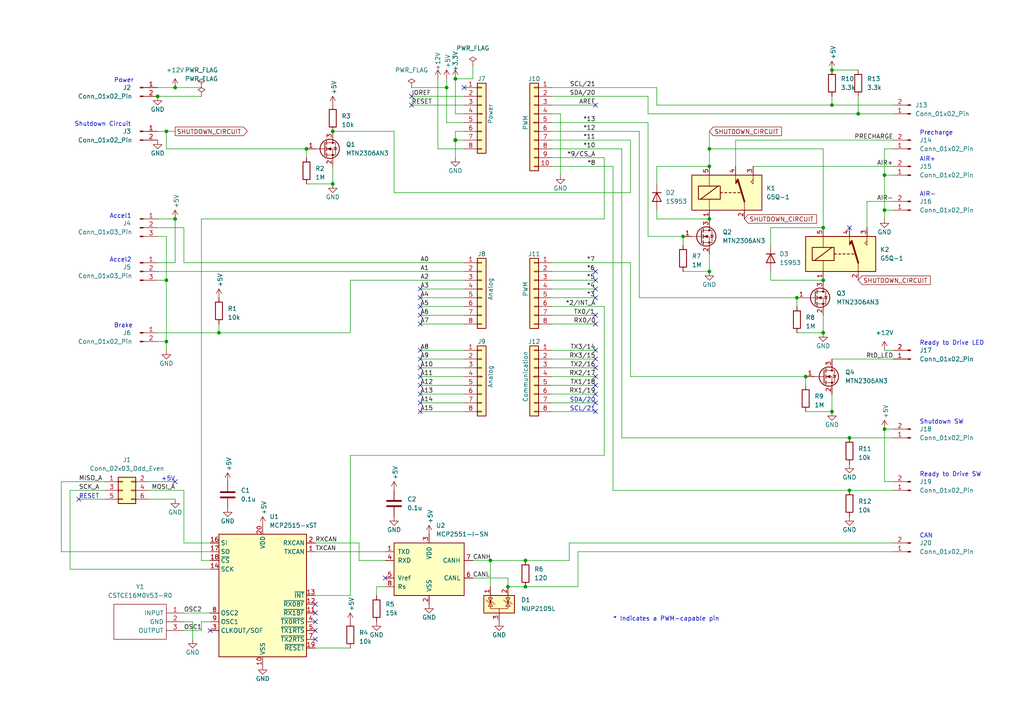
<source format=kicad_sch>
(kicad_sch (version 20230121) (generator eeschema)
  (paper "A4")
  (title_block (date "mar. 31 mars 2015"))
  (lib_symbols
    (symbol "Connector:Conn_01x02_Pin" (pin_names (offset 1.016) hide)
      (property "Reference" "J" (at 0 2.54 0))
      (property "Value" "Conn_01x02_Pin" (at 0 -5.08 0))
      (symbol "Conn_01x02_Pin_1_1"
        (pin passive line (at 5.08 0 180) (length 3.81) (name "Pin_1") (number "1"))
        (pin passive line (at 5.08 -2.54 180) (length 3.81) (name "Pin_2") (number "2"))
      )
    )
    (symbol "Connector:Conn_01x03_Pin" (pin_names (offset 1.016) hide)
      (property "Reference" "J" (at 0 5.08 0))
      (property "Value" "Conn_01x03_Pin" (at 0 -5.08 0))
      (symbol "Conn_01x03_Pin_1_1"
        (pin passive line (at 5.08 2.54 180) (length 3.81) (name "Pin_1") (number "1"))
        (pin passive line (at 5.08 0 180) (length 3.81) (name "Pin_2") (number "2"))
        (pin passive line (at 5.08 -2.54 180) (length 3.81) (name "Pin_3") (number "3"))
      )
    )
    (symbol "Connector_Generic:Conn_01x08" (pin_names (offset 1.016) hide)
      (property "Reference" "J" (at 0 10.16 0))
      (property "Value" "Conn_01x08" (at 0 -12.7 0))
      (symbol "Conn_01x08_1_1"
        (pin passive line (at -5.08 7.62 0) (length 3.81) (name "Pin_1") (number "1"))
        (pin passive line (at -5.08 5.08 0) (length 3.81) (name "Pin_2") (number "2"))
        (pin passive line (at -5.08 2.54 0) (length 3.81) (name "Pin_3") (number "3"))
        (pin passive line (at -5.08 0 0) (length 3.81) (name "Pin_4") (number "4"))
        (pin passive line (at -5.08 -2.54 0) (length 3.81) (name "Pin_5") (number "5"))
        (pin passive line (at -5.08 -5.08 0) (length 3.81) (name "Pin_6") (number "6"))
        (pin passive line (at -5.08 -7.62 0) (length 3.81) (name "Pin_7") (number "7"))
        (pin passive line (at -5.08 -10.16 0) (length 3.81) (name "Pin_8") (number "8"))
      )
    )
    (symbol "Connector_Generic:Conn_01x10" (pin_names (offset 1.016) hide)
      (property "Reference" "J" (at 0 12.7 0))
      (property "Value" "Conn_01x10" (at 0 -15.24 0))
      (symbol "Conn_01x10_1_1"
        (pin passive line (at -5.08 10.16 0) (length 3.81) (name "Pin_1") (number "1"))
        (pin passive line (at -5.08 -12.7 0) (length 3.81) (name "Pin_10") (number "10"))
        (pin passive line (at -5.08 7.62 0) (length 3.81) (name "Pin_2") (number "2"))
        (pin passive line (at -5.08 5.08 0) (length 3.81) (name "Pin_3") (number "3"))
        (pin passive line (at -5.08 2.54 0) (length 3.81) (name "Pin_4") (number "4"))
        (pin passive line (at -5.08 0 0) (length 3.81) (name "Pin_5") (number "5"))
        (pin passive line (at -5.08 -2.54 0) (length 3.81) (name "Pin_6") (number "6"))
        (pin passive line (at -5.08 -5.08 0) (length 3.81) (name "Pin_7") (number "7"))
        (pin passive line (at -5.08 -7.62 0) (length 3.81) (name "Pin_8") (number "8"))
        (pin passive line (at -5.08 -10.16 0) (length 3.81) (name "Pin_9") (number "9"))
      )
    )
    (symbol "Connector_Generic:Conn_02x03_Odd_Even" (pin_names (offset 1.016) hide)
      (property "Reference" "J" (at 1.27 5.08 0))
      (property "Value" "Conn_02x03_Odd_Even" (at 1.27 -5.08 0))
      (symbol "Conn_02x03_Odd_Even_1_1"
        (pin passive line (at -5.08 2.54 0) (length 3.81) (name "Pin_1") (number "1"))
        (pin passive line (at 7.62 2.54 180) (length 3.81) (name "Pin_2") (number "2"))
        (pin passive line (at -5.08 0 0) (length 3.81) (name "Pin_3") (number "3"))
        (pin passive line (at 7.62 0 180) (length 3.81) (name "Pin_4") (number "4"))
        (pin passive line (at -5.08 -2.54 0) (length 3.81) (name "Pin_5") (number "5"))
        (pin passive line (at 7.62 -2.54 180) (length 3.81) (name "Pin_6") (number "6"))
      )
    )
    (symbol "Device:C" (pin_numbers hide) (pin_names (offset 0.254))
      (property "Reference" "C" (at 0.635 2.54 0))
      (property "Value" "C" (at 0.635 -2.54 0))
      (symbol "C_1_1"
        (pin passive line (at 0 3.81 270) (length 2.794) (name "~") (number "1"))
        (pin passive line (at 0 -3.81 90) (length 2.794) (name "~") (number "2"))
      )
    )
    (symbol "Device:D" (pin_numbers hide) (pin_names (offset 1.016) hide)
      (property "Reference" "D" (at 0 2.54 0))
      (property "Value" "D" (at 0 -2.54 0))
      (symbol "D_1_1"
        (pin passive line (at -3.81 0 0) (length 2.54) (name "K") (number "1"))
        (pin passive line (at 3.81 0 180) (length 2.54) (name "A") (number "2"))
      )
    )
    (symbol "Device:Q_NMOS_GSD" (pin_names (offset 0) hide)
      (property "Reference" "Q" (at 5.08 1.27 0))
      (property "Value" "Q_NMOS_GSD" (at 5.08 -1.27 0))
      (symbol "Q_NMOS_GSD_1_1"
        (pin input line (at -5.08 0 0) (length 2.54) (name "G") (number "1"))
        (pin passive line (at 2.54 -5.08 90) (length 2.54) (name "S") (number "2"))
        (pin passive line (at 2.54 5.08 270) (length 2.54) (name "D") (number "3"))
      )
    )
    (symbol "Device:R" (pin_numbers hide) (pin_names (offset 0))
      (property "Reference" "R" (at 2.032 0 90))
      (property "Value" "R" (at 0 0 90))
      (symbol "R_1_1"
        (pin passive line (at 0 3.81 270) (length 1.27) (name "~") (number "1"))
        (pin passive line (at 0 -3.81 90) (length 1.27) (name "~") (number "2"))
      )
    )
    (symbol "Interface_CAN_LIN:MCP2515-xST"
      (property "Reference" "U" (at -10.16 19.685 0))
      (property "Value" "MCP2515-xST" (at 19.05 20.32 0))
      (symbol "MCP2515-xST_1_1"
        (pin output line (at 15.24 12.7 180) (length 2.54) (name "TXCAN") (number "1"))
        (pin power_in line (at 0 -20.32 90) (length 2.54) (name "VSS") (number "10"))
        (pin output line (at 15.24 -5.08 180) (length 2.54) (name "~{RX1BF}") (number "11"))
        (pin output line (at 15.24 -2.54 180) (length 2.54) (name "~{RX0BF}") (number "12"))
        (pin output line (at 15.24 0 180) (length 2.54) (name "~{INT}") (number "13"))
        (pin input line (at -15.24 7.62 0) (length 2.54) (name "SCK") (number "14"))
        (pin no_connect line (at -12.7 -2.54 0) (length 2.54) hide (name "NC") (number "15"))
        (pin input line (at -15.24 15.24 0) (length 2.54) (name "SI") (number "16"))
        (pin output line (at -15.24 12.7 0) (length 2.54) (name "SO") (number "17"))
        (pin input line (at -15.24 10.16 0) (length 2.54) (name "~{CS}") (number "18"))
        (pin input line (at 15.24 -15.24 180) (length 2.54) (name "~{RESET}") (number "19"))
        (pin input line (at 15.24 15.24 180) (length 2.54) (name "RXCAN") (number "2"))
        (pin power_in line (at 0 20.32 270) (length 2.54) (name "VDD") (number "20"))
        (pin output line (at -15.24 -10.16 0) (length 2.54) (name "CLKOUT/SOF") (number "3"))
        (pin input line (at 15.24 -7.62 180) (length 2.54) (name "~{TX0RTS}") (number "4"))
        (pin input line (at 15.24 -10.16 180) (length 2.54) (name "~{TX1RTS}") (number "5"))
        (pin no_connect line (at -12.7 0 0) (length 2.54) hide (name "NC") (number "6"))
        (pin input line (at 15.24 -12.7 180) (length 2.54) (name "~{TX2RTS}") (number "7"))
        (pin output line (at -15.24 -5.08 0) (length 2.54) (name "OSC2") (number "8"))
        (pin input line (at -15.24 -7.62 0) (length 2.54) (name "OSC1") (number "9"))
      )
    )
    (symbol "Interface_CAN_LIN:MCP2551-I-SN" (pin_names (offset 1.016))
      (property "Reference" "U" (at -10.16 8.89 0))
      (property "Value" "MCP2551-I-SN" (at 2.54 8.89 0))
      (symbol "MCP2551-I-SN_1_1"
        (pin input line (at -12.7 5.08 0) (length 2.54) (name "TXD") (number "1"))
        (pin power_in line (at 0 -10.16 90) (length 2.54) (name "VSS") (number "2"))
        (pin power_in line (at 0 10.16 270) (length 2.54) (name "VDD") (number "3"))
        (pin output line (at -12.7 2.54 0) (length 2.54) (name "RXD") (number "4"))
        (pin power_out line (at -12.7 -2.54 0) (length 2.54) (name "Vref") (number "5"))
        (pin bidirectional line (at 12.7 -2.54 180) (length 2.54) (name "CANL") (number "6"))
        (pin bidirectional line (at 12.7 2.54 180) (length 2.54) (name "CANH") (number "7"))
        (pin input line (at -12.7 -5.08 0) (length 2.54) (name "Rs") (number "8"))
      )
    )
    (symbol "Power_Protection:NUP2105L" (pin_names hide)
      (property "Reference" "D" (at 5.715 2.54 0))
      (property "Value" "NUP2105L" (at 5.715 0.635 0))
      (symbol "NUP2105L_0_0"
        (pin passive line (at 0 -5.08 90) (length 2.54) (name "A") (number "3"))
      )
      (symbol "NUP2105L_1_1"
        (pin passive line (at -2.54 5.08 270) (length 2.54) (name "K") (number "1"))
        (pin passive line (at 2.54 5.08 270) (length 2.54) (name "K") (number "2"))
      )
    )
    (symbol "Relay:G5Q-1"
      (property "Reference" "K" (at 11.43 3.81 0))
      (property "Value" "G5Q-1" (at 11.43 1.27 0))
      (symbol "G5Q-1_1_1"
        (pin passive line (at -5.08 -7.62 90) (length 2.54) (name "~") (number "1"))
        (pin passive line (at 5.08 -7.62 90) (length 2.54) (name "~") (number "2"))
        (pin passive line (at 7.62 7.62 270) (length 2.54) (name "~") (number "3"))
        (pin passive line (at 2.54 7.62 270) (length 2.54) (name "~") (number "4"))
        (pin passive line (at -5.08 7.62 270) (length 2.54) (name "~") (number "5"))
      )
    )
    (symbol "SamacSys_Parts:CSTCE16M0V53-R0" (pin_names (offset 0.762))
      (property "Reference" "Y" (at 21.59 7.62 0))
      (property "Value" "CSTCE16M0V53-R0" (at 21.59 5.08 0))
      (symbol "CSTCE16M0V53-R0_0_0"
        (pin passive line (at 0 -5.08 0) (length 5.08) (name "INPUT") (number "1"))
        (pin passive line (at 0 -2.54 0) (length 5.08) (name "GND") (number "2"))
        (pin passive line (at 0 0 0) (length 5.08) (name "OUTPUT") (number "3"))
      )
    )
    (symbol "power:+12V" (power) (pin_names (offset 0))
      (property "Value" "+12V" (at 0 3.556 0))
      (symbol "+12V_1_1"
        (pin power_in line (at 0 0 90) (length 0) hide (name "+12V") (number "1"))
      )
    )
    (symbol "power:+3.3V" (power) (pin_names (offset 0))
      (property "Value" "+3.3V" (at 0 3.556 0))
      (symbol "+3.3V_1_1"
        (pin power_in line (at 0 0 90) (length 0) hide (name "+3.3V") (number "1"))
      )
    )
    (symbol "power:+5V" (power) (pin_names (offset 0))
      (property "Value" "+5V" (at 0 3.556 0))
      (symbol "+5V_1_1"
        (pin power_in line (at 0 0 90) (length 0) hide (name "+5V") (number "1"))
      )
    )
    (symbol "power:GND" (power) (pin_names (offset 0))
      (property "Value" "GND" (at 0 -3.81 0))
      (symbol "GND_1_1"
        (pin power_in line (at 0 0 270) (length 0) hide (name "GND") (number "1"))
      )
    )
    (symbol "power:PWR_FLAG" (power) (pin_numbers hide) (pin_names (offset 0) hide)
      (property "Value" "PWR_FLAG" (at 0 3.81 0))
      (symbol "PWR_FLAG_0_0"
        (pin power_out line (at 0 0 90) (length 0) (name "pwr") (number "1"))
      )
    )
  )
  (junction (at 238.76 96.52))
  (junction (at 50.8 63.5))
  (junction (at 152.4 162.56))
  (junction (at 48.26 38.1))
  (junction (at 147.32 170.18))
  (junction (at 205.74 63.5))
  (junction (at 248.92 33.02))
  (junction (at 132.08 22.86))
  (junction (at 152.4 170.18))
  (junction (at 132.08 40.64) (diameter 1.016))
  (junction (at 238.76 66.04))
  (junction (at 205.74 43.18))
  (junction (at 238.76 81.28))
  (junction (at 50.8 25.4))
  (junction (at 96.52 38.1))
  (junction (at 88.9 43.18))
  (junction (at 205.74 48.26))
  (junction (at 256.54 60.96))
  (junction (at 205.74 78.74))
  (junction (at 198.12 68.58))
  (junction (at 142.24 162.56))
  (junction (at 96.52 53.34))
  (junction (at 241.3 30.48))
  (junction (at 45.72 27.94))
  (junction (at 129.54 25.4))
  (junction (at 233.68 109.22))
  (junction (at 63.5 96.52))
  (junction (at 246.38 127))
  (junction (at 241.3 119.38))
  (junction (at 246.38 142.24))
  (junction (at 256.54 124.46))
  (junction (at 48.26 99.06))
  (junction (at 256.54 50.8))
  (junction (at 231.14 86.36))
  (junction (at 48.26 81.28))
  (junction (at 241.3 20.32))
  (no_connect (at 172.72 30.48))
  (no_connect (at 172.72 78.74))
  (no_connect (at 172.72 81.28))
  (no_connect (at 121.92 106.68))
  (no_connect (at 111.76 167.64))
  (no_connect (at 121.92 93.98))
  (no_connect (at 91.44 175.26))
  (no_connect (at 172.72 119.38))
  (no_connect (at 172.72 106.68))
  (no_connect (at 172.72 86.36))
  (no_connect (at 172.72 109.22))
  (no_connect (at 172.72 83.82))
  (no_connect (at 91.44 185.42))
  (no_connect (at 22.86 144.78))
  (no_connect (at 91.44 177.8))
  (no_connect (at 119.38 30.48))
  (no_connect (at 172.72 114.3))
  (no_connect (at 172.72 111.76))
  (no_connect (at 50.8 139.7))
  (no_connect (at 91.44 182.88))
  (no_connect (at 246.38 66.04))
  (no_connect (at 60.96 182.88))
  (no_connect (at 119.38 27.94))
  (no_connect (at 172.72 116.84))
  (no_connect (at 121.92 109.22))
  (no_connect (at 121.92 83.82))
  (no_connect (at 121.92 104.14))
  (no_connect (at 121.92 114.3))
  (no_connect (at 121.92 111.76))
  (no_connect (at 121.92 86.36))
  (no_connect (at 121.92 119.38))
  (no_connect (at 172.72 101.6))
  (no_connect (at 121.92 91.44))
  (no_connect (at 134.62 25.4))
  (no_connect (at 172.72 104.14))
  (no_connect (at 91.44 180.34))
  (no_connect (at 121.92 101.6))
  (no_connect (at 172.72 93.98))
  (no_connect (at 121.92 88.9))
  (no_connect (at 121.92 116.84))
  (no_connect (at 172.72 91.44))
  (wire (pts (xy 45.72 25.4) (xy 50.8 25.4)))
  (wire (pts (xy 238.76 91.44) (xy 238.76 96.52)))
  (wire (pts (xy 160.02 86.36) (xy 172.72 86.36)))
  (wire (pts (xy 251.46 58.42) (xy 259.08 58.42)))
  (wire (pts (xy 121.92 93.98) (xy 134.62 93.98)))
  (wire (pts (xy 256.54 101.6) (xy 259.08 101.6)))
  (wire (pts (xy 53.34 76.2) (xy 134.62 76.2)))
  (wire (pts (xy 160.02 76.2) (xy 182.88 76.2)))
  (wire (pts (xy 58.42 162.56) (xy 58.42 63.5)))
  (wire (pts (xy 160.02 43.18) (xy 180.34 43.18)))
  (wire (pts (xy 60.96 165.1) (xy 20.32 165.1)))
  (wire (pts (xy 187.96 27.94) (xy 187.96 33.02)))
  (wire (pts (xy 205.74 38.1) (xy 205.74 43.18)))
  (wire (pts (xy 248.92 33.02) (xy 259.08 33.02)))
  (wire (pts (xy 137.16 19.05) (xy 137.16 22.86)))
  (wire (pts (xy 137.16 22.86) (xy 132.08 22.86)))
  (wire (pts (xy 190.5 53.34) (xy 190.5 48.26)))
  (wire (pts (xy 182.88 76.2) (xy 182.88 109.22)))
  (wire (pts (xy 129.54 25.4) (xy 129.54 35.56)))
  (wire (pts (xy 53.34 177.8) (xy 60.96 177.8)))
  (wire (pts (xy 160.02 106.68) (xy 172.72 106.68)))
  (wire (pts (xy 132.08 38.1) (xy 132.08 40.64)))
  (wire (pts (xy 160.02 78.74) (xy 172.72 78.74)))
  (wire (pts (xy 256.54 124.46) (xy 259.08 124.46)))
  (wire (pts (xy 114.3 55.88) (xy 114.3 38.1)))
  (wire (pts (xy 160.02 30.48) (xy 172.72 30.48)))
  (wire (pts (xy 121.92 88.9) (xy 134.62 88.9)))
  (wire (pts (xy 137.16 162.56) (xy 142.24 162.56)))
  (wire (pts (xy 198.12 68.58) (xy 198.12 71.12)))
  (wire (pts (xy 182.88 55.88) (xy 114.3 55.88)))
  (wire (pts (xy 231.14 96.52) (xy 238.76 96.52)))
  (wire (pts (xy 132.08 40.64) (xy 132.08 45.72)))
  (wire (pts (xy 177.8 48.26) (xy 160.02 48.26)))
  (wire (pts (xy 175.26 132.08) (xy 175.26 88.9)))
  (wire (pts (xy 187.96 68.58) (xy 198.12 68.58)))
  (wire (pts (xy 147.32 170.18) (xy 152.4 170.18)))
  (wire (pts (xy 119.38 25.4) (xy 129.54 25.4)))
  (wire (pts (xy 129.54 35.56) (xy 134.62 35.56)))
  (wire (pts (xy 185.42 86.36) (xy 231.14 86.36)))
  (wire (pts (xy 129.54 22.86) (xy 129.54 25.4)))
  (wire (pts (xy 121.92 119.38) (xy 134.62 119.38)))
  (wire (pts (xy 256.54 139.7) (xy 256.54 124.46)))
  (wire (pts (xy 160.02 81.28) (xy 172.72 81.28)))
  (wire (pts (xy 142.24 162.56) (xy 152.4 162.56)))
  (wire (pts (xy 198.12 78.74) (xy 205.74 78.74)))
  (wire (pts (xy 205.74 43.18) (xy 238.76 43.18)))
  (wire (pts (xy 165.1 162.56) (xy 152.4 162.56)))
  (wire (pts (xy 48.26 38.1) (xy 50.8 38.1)))
  (wire (pts (xy 248.92 27.94) (xy 248.92 33.02)))
  (wire (pts (xy 160.02 35.56) (xy 187.96 35.56)))
  (wire (pts (xy 187.96 68.58) (xy 187.96 35.56)))
  (wire (pts (xy 134.62 116.84) (xy 121.92 116.84)))
  (wire (pts (xy 256.54 50.8) (xy 259.08 50.8)))
  (wire (pts (xy 233.68 109.22) (xy 233.68 111.76)))
  (wire (pts (xy 177.8 48.26) (xy 177.8 142.24)))
  (wire (pts (xy 190.5 63.5) (xy 205.74 63.5)))
  (wire (pts (xy 101.6 81.28) (xy 134.62 81.28)))
  (wire (pts (xy 160.02 114.3) (xy 172.72 114.3)))
  (wire (pts (xy 17.78 139.7) (xy 30.48 139.7)))
  (wire (pts (xy 101.6 132.08) (xy 175.26 132.08)))
  (wire (pts (xy 43.18 142.24) (xy 53.34 142.24)))
  (wire (pts (xy 175.26 63.5) (xy 175.26 45.72)))
  (wire (pts (xy 101.6 172.72) (xy 101.6 132.08)))
  (wire (pts (xy 137.16 167.64) (xy 147.32 167.64)))
  (wire (pts (xy 45.72 27.94) (xy 58.42 27.94)))
  (wire (pts (xy 91.44 187.96) (xy 101.6 187.96)))
  (wire (pts (xy 45.72 96.52) (xy 63.5 96.52)))
  (wire (pts (xy 259.08 160.02) (xy 167.64 160.02)))
  (wire (pts (xy 213.36 48.26) (xy 213.36 40.64)))
  (wire (pts (xy 213.36 40.64) (xy 259.08 40.64)))
  (wire (pts (xy 88.9 53.34) (xy 96.52 53.34)))
  (wire (pts (xy 91.44 172.72) (xy 101.6 172.72)))
  (wire (pts (xy 114.3 38.1) (xy 96.52 38.1)))
  (wire (pts (xy 256.54 43.18) (xy 259.08 43.18)))
  (wire (pts (xy 104.14 162.56) (xy 111.76 162.56)))
  (wire (pts (xy 160.02 45.72) (xy 175.26 45.72)))
  (wire (pts (xy 187.96 33.02) (xy 248.92 33.02)))
  (wire (pts (xy 22.86 144.78) (xy 30.48 144.78)))
  (wire (pts (xy 167.64 160.02) (xy 167.64 170.18)))
  (wire (pts (xy 205.74 43.18) (xy 205.74 48.26)))
  (wire (pts (xy 241.3 119.38) (xy 233.68 119.38)))
  (wire (pts (xy 50.8 144.78) (xy 43.18 144.78)))
  (wire (pts (xy 119.38 30.48) (xy 134.62 30.48)))
  (wire (pts (xy 256.54 60.96) (xy 256.54 50.8)))
  (wire (pts (xy 48.26 68.58) (xy 48.26 81.28)))
  (wire (pts (xy 160.02 104.14) (xy 172.72 104.14)))
  (wire (pts (xy 58.42 182.88) (xy 58.42 180.34)))
  (wire (pts (xy 256.54 50.8) (xy 256.54 43.18)))
  (wire (pts (xy 55.88 180.34) (xy 55.88 185.42)))
  (wire (pts (xy 162.56 33.02) (xy 162.56 50.8)))
  (wire (pts (xy 160.02 27.94) (xy 187.96 27.94)))
  (wire (pts (xy 91.44 157.48) (xy 104.14 157.48)))
  (wire (pts (xy 160.02 119.38) (xy 172.72 119.38)))
  (wire (pts (xy 180.34 127) (xy 246.38 127)))
  (wire (pts (xy 160.02 111.76) (xy 172.72 111.76)))
  (wire (pts (xy 121.92 109.22) (xy 134.62 109.22)))
  (wire (pts (xy 241.3 27.94) (xy 241.3 30.48)))
  (wire (pts (xy 91.44 160.02) (xy 111.76 160.02)))
  (wire (pts (xy 182.88 109.22) (xy 233.68 109.22)))
  (wire (pts (xy 160.02 101.6) (xy 172.72 101.6)))
  (wire (pts (xy 134.62 40.64) (xy 132.08 40.64)))
  (wire (pts (xy 104.14 157.48) (xy 104.14 162.56)))
  (wire (pts (xy 53.34 157.48) (xy 53.34 142.24)))
  (wire (pts (xy 43.18 139.7) (xy 50.8 139.7)))
  (wire (pts (xy 190.5 48.26) (xy 205.74 48.26)))
  (wire (pts (xy 58.42 63.5) (xy 175.26 63.5)))
  (wire (pts (xy 60.96 157.48) (xy 53.34 157.48)))
  (wire (pts (xy 45.72 66.04) (xy 53.34 66.04)))
  (wire (pts (xy 241.3 114.3) (xy 241.3 119.38)))
  (wire (pts (xy 48.26 99.06) (xy 48.26 81.28)))
  (wire (pts (xy 109.22 170.18) (xy 109.22 172.72)))
  (wire (pts (xy 172.72 91.44) (xy 160.02 91.44)))
  (wire (pts (xy 134.62 43.18) (xy 127 43.18)))
  (wire (pts (xy 53.34 180.34) (xy 55.88 180.34)))
  (wire (pts (xy 45.72 78.74) (xy 134.62 78.74)))
  (wire (pts (xy 160.02 83.82) (xy 172.72 83.82)))
  (wire (pts (xy 50.8 25.4) (xy 58.42 25.4)))
  (wire (pts (xy 251.46 66.04) (xy 251.46 58.42)))
  (wire (pts (xy 167.64 170.18) (xy 152.4 170.18)))
  (wire (pts (xy 223.52 81.28) (xy 238.76 81.28)))
  (wire (pts (xy 20.32 165.1) (xy 20.32 142.24)))
  (wire (pts (xy 223.52 71.12) (xy 223.52 66.04)))
  (wire (pts (xy 134.62 106.68) (xy 121.92 106.68)))
  (wire (pts (xy 45.72 81.28) (xy 48.26 81.28)))
  (wire (pts (xy 160.02 109.22) (xy 172.72 109.22)))
  (wire (pts (xy 160.02 33.02) (xy 162.56 33.02)))
  (wire (pts (xy 60.96 160.02) (xy 17.78 160.02)))
  (wire (pts (xy 58.42 180.34) (xy 60.96 180.34)))
  (wire (pts (xy 134.62 38.1) (xy 132.08 38.1)))
  (wire (pts (xy 241.3 104.14) (xy 259.08 104.14)))
  (wire (pts (xy 121.92 114.3) (xy 134.62 114.3)))
  (wire (pts (xy 259.08 142.24) (xy 246.38 142.24)))
  (wire (pts (xy 53.34 182.88) (xy 58.42 182.88)))
  (wire (pts (xy 160.02 40.64) (xy 182.88 40.64)))
  (wire (pts (xy 256.54 60.96) (xy 259.08 60.96)))
  (wire (pts (xy 185.42 86.36) (xy 185.42 38.1)))
  (wire (pts (xy 63.5 96.52) (xy 101.6 96.52)))
  (wire (pts (xy 256.54 63.5) (xy 256.54 60.96)))
  (wire (pts (xy 121.92 104.14) (xy 134.62 104.14)))
  (wire (pts (xy 223.52 66.04) (xy 238.76 66.04)))
  (wire (pts (xy 96.52 48.26) (xy 96.52 53.34)))
  (wire (pts (xy 121.92 83.82) (xy 134.62 83.82)))
  (wire (pts (xy 63.5 93.98) (xy 63.5 96.52)))
  (wire (pts (xy 45.72 76.2) (xy 50.8 76.2)))
  (wire (pts (xy 45.72 99.06) (xy 48.26 99.06)))
  (wire (pts (xy 132.08 22.86) (xy 132.08 33.02)))
  (wire (pts (xy 259.08 30.48) (xy 241.3 30.48)))
  (wire (pts (xy 160.02 116.84) (xy 172.72 116.84)))
  (wire (pts (xy 45.72 38.1) (xy 48.26 38.1)))
  (wire (pts (xy 190.5 60.96) (xy 190.5 63.5)))
  (wire (pts (xy 231.14 86.36) (xy 231.14 88.9)))
  (wire (pts (xy 88.9 43.18) (xy 88.9 45.72)))
  (wire (pts (xy 246.38 127) (xy 259.08 127)))
  (wire (pts (xy 134.62 101.6) (xy 121.92 101.6)))
  (wire (pts (xy 142.24 162.56) (xy 142.24 170.18)))
  (wire (pts (xy 165.1 157.48) (xy 165.1 162.56)))
  (wire (pts (xy 238.76 43.18) (xy 238.76 66.04)))
  (wire (pts (xy 160.02 88.9) (xy 175.26 88.9)))
  (wire (pts (xy 50.8 76.2) (xy 50.8 63.5)))
  (wire (pts (xy 259.08 139.7) (xy 256.54 139.7)))
  (wire (pts (xy 88.9 43.18) (xy 48.26 43.18)))
  (wire (pts (xy 177.8 142.24) (xy 246.38 142.24)))
  (wire (pts (xy 20.32 142.24) (xy 30.48 142.24)))
  (wire (pts (xy 45.72 68.58) (xy 48.26 68.58)))
  (wire (pts (xy 241.3 20.32) (xy 248.92 20.32)))
  (wire (pts (xy 60.96 162.56) (xy 58.42 162.56)))
  (wire (pts (xy 190.5 25.4) (xy 160.02 25.4)))
  (wire (pts (xy 172.72 93.98) (xy 160.02 93.98)))
  (wire (pts (xy 45.72 63.5) (xy 50.8 63.5)))
  (wire (pts (xy 160.02 38.1) (xy 185.42 38.1)))
  (wire (pts (xy 218.44 48.26) (xy 259.08 48.26)))
  (wire (pts (xy 147.32 167.64) (xy 147.32 170.18)))
  (wire (pts (xy 241.3 30.48) (xy 190.5 30.48)))
  (wire (pts (xy 111.76 170.18) (xy 109.22 170.18)))
  (wire (pts (xy 259.08 157.48) (xy 165.1 157.48)))
  (wire (pts (xy 180.34 43.18) (xy 180.34 127)))
  (wire (pts (xy 134.62 111.76) (xy 121.92 111.76)))
  (wire (pts (xy 101.6 96.52) (xy 101.6 81.28)))
  (wire (pts (xy 127 22.86) (xy 127 43.18)))
  (wire (pts (xy 53.34 66.04) (xy 53.34 76.2)))
  (wire (pts (xy 119.38 27.94) (xy 134.62 27.94)))
  (wire (pts (xy 134.62 91.44) (xy 121.92 91.44)))
  (wire (pts (xy 182.88 40.64) (xy 182.88 55.88)))
  (wire (pts (xy 134.62 86.36) (xy 121.92 86.36)))
  (wire (pts (xy 223.52 78.74) (xy 223.52 81.28)))
  (wire (pts (xy 48.26 101.6) (xy 48.26 99.06)))
  (wire (pts (xy 17.78 160.02) (xy 17.78 139.7)))
  (wire (pts (xy 48.26 43.18) (xy 48.26 38.1)))
  (wire (pts (xy 132.08 33.02) (xy 134.62 33.02)))
  (wire (pts (xy 205.74 78.74) (xy 205.74 73.66)))
  (wire (pts (xy 190.5 30.48) (xy 190.5 25.4)))
  (text "Precharge" (at 266.7 39.37 0) (effects (font (size 1.27 1.27)) (justify left bottom)))
  (text "Power" (at 33.02 24.13 0) (effects (font (size 1.27 1.27)) (justify left bottom)))
  (text "Accel2" (at 31.75 76.2 0) (effects (font (size 1.27 1.27)) (justify left bottom)))
  (text "Ready to Drive SW" (at 266.7 138.43 0) (effects (font (size 1.27 1.27)) (justify left bottom)))
  (text "+5V" (at 50.8 139.7 0) (effects (font (size 1.27 1.27)) (justify right bottom)))
  (text "CAN" (at 266.7 156.21 0) (effects (font (size 1.27 1.27)) (justify left bottom)))
  (text "AIR+" (at 266.7 46.99 0) (effects (font (size 1.27 1.27)) (justify left bottom)))
  (text "Accel1" (at 31.75 63.5 0) (effects (font (size 1.27 1.27)) (justify left bottom)))
  (text "SDA/20" (at 172.72 116.84 0) (effects (font (size 1.27 1.27)) (justify right bottom)))
  (text "SCL/21" (at 172.72 119.38 0) (effects (font (size 1.27 1.27)) (justify right bottom)))
  (text "Shutdown SW" (at 266.7 123.19 0) (effects (font (size 1.27 1.27)) (justify left bottom)))
  (text "AIR-" (at 266.7 57.15 0) (effects (font (size 1.27 1.27)) (justify left bottom)))
  (text "* Indicates a PWM-capable pin" (at 177.8 180.34 0) (effects (font (size 1.27 1.27)) (justify left bottom)))
  (text "Brake" (at 33.02 95.25 0) (effects (font (size 1.27 1.27)) (justify left bottom)))
  (text "Ready to Drive LED" (at 266.7 100.33 0) (effects (font (size 1.27 1.27)) (justify left bottom)))
  (text "RESET" (at 22.86 144.78 0) (effects (font (size 1.27 1.27)) (justify left bottom)))
  (text "Shutdown Circuit" (at 21.59 36.83 0) (effects (font (size 1.27 1.27)) (justify left bottom)))
  (label "A10" (at 121.92 106.68 0))
  (label "A15" (at 121.92 119.38 0))
  (label "A2" (at 121.92 81.28 0))
  (label "RX2{slash}17" (at 172.72 109.22 180))
  (label "MISO_A" (at 22.86 139.7 0))
  (label "AIR+" (at 259.08 48.26 180))
  (label "*7" (at 170.18 76.2 0))
  (label "*2{slash}INT_A" (at 172.72 88.9 180))
  (label "*4" (at 170.18 83.82 0))
  (label "TX1{slash}18" (at 172.72 111.76 180))
  (label "A3" (at 121.92 83.82 0))
  (label "*13" (at 172.72 35.56 180))
  (label "SCK_A" (at 22.86 142.24 0))
  (label "*12" (at 172.72 38.1 180))
  (label "RX0{slash}0" (at 166.37 93.98 0))
  (label "*10" (at 172.72 43.18 180))
  (label "RESET" (at 119.38 30.48 0))
  (label "CANH" (at 137.16 162.56 0))
  (label "AIR-" (at 259.08 58.42 180))
  (label "AREF" (at 172.72 30.48 180))
  (label "OSC1" (at 53.34 182.88 0))
  (label "A13" (at 121.92 114.3 0))
  (label "*5" (at 170.18 81.28 0))
  (label "PRECHARGE" (at 259.08 40.64 180))
  (label "IOREF" (at 119.38 27.94 0))
  (label "SDA{slash}20" (at 172.72 27.94 180))
  (label "*8" (at 172.72 48.26 180))
  (label "A9" (at 121.92 104.14 0))
  (label "*6" (at 170.18 78.74 0))
  (label "*11" (at 172.72 40.64 180))
  (label "*3" (at 170.18 86.36 0))
  (label "A6" (at 121.92 91.44 0))
  (label "TX0{slash}1" (at 166.37 91.44 0))
  (label "A1" (at 121.92 78.74 0))
  (label "MOSI_A" (at 50.8 142.24 180))
  (label "RXCAN" (at 91.44 157.48 0))
  (label "RX1{slash}19" (at 172.72 114.3 180))
  (label "A0" (at 121.92 76.2 0))
  (label "A14" (at 121.92 116.84 0))
  (label "A8" (at 121.92 101.6 0))
  (label "OSC2" (at 53.34 177.8 0))
  (label "SCL{slash}21" (at 172.72 25.4 180))
  (label "*9{slash}CS_A" (at 172.72 45.72 180))
  (label "CANL" (at 137.16 167.64 0))
  (label "TX2{slash}16" (at 172.72 106.68 180))
  (label "RtD_LED" (at 259.08 104.14 180))
  (label "A7" (at 121.92 93.98 0))
  (label "A11" (at 121.92 109.22 0))
  (label "A4" (at 121.92 86.36 0))
  (label "A5" (at 121.92 88.9 0))
  (label "RX3{slash}15" (at 172.72 104.14 180))
  (label "TX3{slash}14" (at 172.72 101.6 180))
  (label "TXCAN" (at 91.44 160.02 0))
  (label "A12" (at 121.92 111.76 0))
  (global_label "SHUTDOWN_CIRCUIT" (shape input) (at 205.74 38.1 0) (property "Intersheetrefs" "${INTERSHEET_REFS}" (effects hide)))
  (global_label "SHUTDOWN_CIRCUIT" (shape input) (at 215.9 63.5 0) (property "Intersheetrefs" "${INTERSHEET_REFS}" (effects hide)))
  (global_label "SHUTDOWN_CIRCUIT" (shape output) (at 50.8 38.1 0) (property "Intersheetrefs" "${INTERSHEET_REFS}" (effects hide)))
  (global_label "SHUTDOWN_CIRCUIT" (shape input) (at 248.92 81.28 0) (property "Intersheetrefs" "${INTERSHEET_REFS}" (effects hide)))
  (symbol (lib_id "Connector_Generic:Conn_01x08") (at 139.7 33.02 0) (unit 1)
    (property "Reference" "J7" (at 139.7 22.86 0))
    (property "Value" "Power" (at 142.24 33.02 90))
    (property "Footprint" "Connector_PinSocket_2.54mm:PinSocket_1x08_P2.54mm_Vertical" (effects hide))
    (property "Datasheet" "~" (at 139.7 33.02 0))
  )
  (symbol (lib_id "power:+5V") (at 129.54 22.86 0) (unit 1)
    (property "Reference" "#PWR022" (effects hide))
    (property "Value" "+5V" (at 129.8956 19.812 90) (effects (justify left)))
  )
  (symbol (lib_id "power:GND") (at 132.08 45.72 0) (unit 1)
    (property "Reference" "#PWR024" (effects hide))
    (property "Value" "GND" (at 132.08 49.53 0))
  )
  (symbol (lib_id "Connector_Generic:Conn_01x10") (at 154.94 35.56 0) (mirror y) (unit 1)
    (property "Reference" "J10" (at 154.94 22.86 0))
    (property "Value" "PWM" (at 152.4 35.56 90))
    (property "Footprint" "Connector_PinSocket_2.54mm:PinSocket_1x10_P2.54mm_Vertical" (effects hide))
    (property "Datasheet" "~" (at 154.94 35.56 0))
  )
  (symbol (lib_id "power:GND") (at 162.56 50.8 0) (unit 1)
    (property "Reference" "#PWR026" (effects hide))
    (property "Value" "GND" (at 162.56 54.61 0))
  )
  (symbol (lib_id "Connector_Generic:Conn_01x08") (at 139.7 83.82 0) (unit 1)
    (property "Reference" "J8" (at 139.7 73.66 0))
    (property "Value" "Analog" (at 142.24 83.82 90))
    (property "Footprint" "Connector_PinSocket_2.54mm:PinSocket_1x08_P2.54mm_Vertical" (effects hide))
    (property "Datasheet" "~" (at 139.7 83.82 0))
  )
  (symbol (lib_id "Connector_Generic:Conn_01x08") (at 154.94 83.82 0) (mirror y) (unit 1)
    (property "Reference" "J11" (at 154.94 73.66 0))
    (property "Value" "PWM" (at 152.4 83.82 90))
    (property "Footprint" "Connector_PinSocket_2.54mm:PinSocket_1x08_P2.54mm_Vertical" (effects hide))
    (property "Datasheet" "~" (at 154.94 83.82 0))
  )
  (symbol (lib_id "Connector_Generic:Conn_01x08") (at 139.7 109.22 0) (unit 1)
    (property "Reference" "J9" (at 139.7 99.06 0))
    (property "Value" "Analog" (at 142.24 109.22 90))
    (property "Footprint" "Connector_PinSocket_2.54mm:PinSocket_1x08_P2.54mm_Vertical" (effects hide))
    (property "Datasheet" "~" (at 139.7 109.22 0))
  )
  (symbol (lib_id "Connector_Generic:Conn_01x08") (at 154.94 109.22 0) (mirror y) (unit 1)
    (property "Reference" "J12" (at 154.94 99.06 0))
    (property "Value" "Communication" (at 152.4 109.22 90))
    (property "Footprint" "Connector_PinSocket_2.54mm:PinSocket_1x08_P2.54mm_Vertical" (effects hide))
    (property "Datasheet" "~" (at 154.94 109.22 0))
  )
  (symbol (lib_id "power:GND") (at 256.54 63.5 0) (unit 1)
    (property "Reference" "#PWR033" (effects hide))
    (property "Value" "GND" (at 256.54 67.31 0))
  )
  (symbol (lib_id "Device:C") (at 114.3 146.05 0) (unit 1)
    (property "Reference" "C2" (at 118.11 144.78 0) (effects (justify left)))
    (property "Value" "0.1u" (at 118.11 147.32 0) (effects (justify left)))
    (property "Footprint" "Capacitor_SMD:C_0603_1608Metric" (effects hide))
  )
  (symbol (lib_id "power:+5V") (at 256.54 124.46 0) (unit 1)
    (property "Reference" "#PWR035" (effects hide))
    (property "Value" "+5V" (at 256.8956 121.412 90) (effects (justify left)))
  )
  (symbol (lib_id "power:GND") (at 144.78 180.34 0) (unit 1)
    (property "Reference" "#PWR025" (effects hide))
    (property "Value" "GND" (at 144.78 184.15 0))
  )
  (symbol (lib_id "power:GND") (at 66.04 147.32 0) (unit 1)
    (property "Reference" "#PWR010" (effects hide))
    (property "Value" "GND" (at 66.04 151.13 0))
  )
  (symbol (lib_id "Connector:Conn_01x03_Pin") (at 40.64 78.74 0) (unit 1)
    (property "Reference" "J5" (at 36.83 77.47 0))
    (property "Value" "Conn_01x03_Pin" (at 30.48 80.01 0))
    (property "Footprint" "Connector_JST:JST_XH_B3B-XH-A_1x03_P2.50mm_Vertical" (effects hide))
  )
  (symbol (lib_id "Device:R") (at 152.4 166.37 0) (unit 1)
    (property "Reference" "R6" (at 154.94 165.1 0) (effects (justify left)))
    (property "Value" "120" (at 154.94 167.64 0) (effects (justify left)))
    (property "Footprint" "Resistor_SMD:R_0603_1608Metric" (effects hide))
  )
  (symbol (lib_id "Device:Q_NMOS_GSD") (at 203.2 68.58 0) (unit 1)
    (property "Reference" "Q2" (at 209.55 67.31 0) (effects (justify left)))
    (property "Value" "MTN2306AN3" (at 209.55 69.85 0) (effects (justify left)))
    (property "Footprint" "Package_TO_SOT_SMD:TSOT-23" (effects hide))
  )
  (symbol (lib_id "Device:R") (at 248.92 24.13 0) (unit 1)
    (property "Reference" "R13" (at 251.46 22.86 0) (effects (justify left)))
    (property "Value" "3.3k" (at 251.46 25.4 0) (effects (justify left)))
    (property "Footprint" "Resistor_SMD:R_0603_1608Metric" (effects hide))
  )
  (symbol (lib_id "power:+5V") (at 76.2 152.4 0) (unit 1)
    (property "Reference" "#PWR011" (effects hide))
    (property "Value" "+5V" (at 76.5556 149.352 90) (effects (justify left)))
  )
  (symbol (lib_id "power:GND") (at 124.46 175.26 0) (unit 1)
    (property "Reference" "#PWR020" (effects hide))
    (property "Value" "GND" (at 124.46 179.07 0))
  )
  (symbol (lib_id "Device:R") (at 231.14 92.71 0) (unit 1)
    (property "Reference" "R8" (at 233.68 92.075 0) (effects (justify left)))
    (property "Value" "1M" (at 233.68 94.615 0) (effects (justify left)))
    (property "Footprint" "Resistor_SMD:R_0603_1608Metric" (effects hide))
  )
  (symbol (lib_id "power:+5V") (at 50.8 63.5 0) (unit 1)
    (property "Reference" "#PWR05" (effects hide))
    (property "Value" "+5V" (at 51.1556 60.452 90) (effects (justify left)))
  )
  (symbol (lib_id "power:GND") (at 205.74 78.74 0) (unit 1)
    (property "Reference" "#PWR027" (effects hide))
    (property "Value" "GND" (at 205.74 82.55 0))
  )
  (symbol (lib_id "power:+3.3V") (at 132.08 22.86 0) (unit 1)
    (property "Reference" "#PWR023" (effects hide))
    (property "Value" "+3.3V" (at 132.08 17.78 90))
  )
  (symbol (lib_id "Device:R") (at 241.3 24.13 0) (unit 1)
    (property "Reference" "R10" (at 243.84 22.86 0) (effects (justify left)))
    (property "Value" "3.3k" (at 243.84 25.4 0) (effects (justify left)))
    (property "Footprint" "Resistor_SMD:R_0603_1608Metric" (effects hide))
  )
  (symbol (lib_id "Relay:G5Q-1") (at 243.84 73.66 0) (unit 1)
    (property "Reference" "K2" (at 255.27 72.39 0) (effects (justify left)))
    (property "Value" "G5Q-1" (at 255.27 74.93 0) (effects (justify left)))
    (property "Footprint" "Relay_THT:Relay_SPDT_Omron-G5Q-1" (effects hide))
    (property "Datasheet" "https://www.omron.com/ecb/products/pdf/en-g5q.pdf" (effects hide))
  )
  (symbol (lib_id "power:GND") (at 246.38 149.86 0) (unit 1)
    (property "Reference" "#PWR032" (effects hide))
    (property "Value" "GND" (at 246.38 153.67 0))
  )
  (symbol (lib_id "Interface_CAN_LIN:MCP2551-I-SN") (at 124.46 165.1 0) (unit 1)
    (property "Reference" "U2" (at 126.4159 152.4 0) (effects (justify left)))
    (property "Value" "MCP2551-I-SN" (at 126.4159 154.94 0) (effects (justify left)))
    (property "Footprint" "Package_SO:SOIC-8_3.9x4.9mm_P1.27mm" (effects hide))
    (property "Datasheet" "http://ww1.microchip.com/downloads/en/devicedoc/21667d.pdf" (effects hide))
  )
  (symbol (lib_id "Connector:Conn_01x02_Pin") (at 264.16 50.8 180) (unit 1)
    (property "Reference" "J15" (at 266.7 48.26 0) (effects (justify right)))
    (property "Value" "Conn_01x02_Pin" (at 266.7 50.8 0) (effects (justify right)))
    (property "Footprint" "Connector_JST:JST_XH_B2B-XH-A_1x02_P2.50mm_Vertical" (effects hide))
  )
  (symbol (lib_id "power:+5V") (at 101.6 180.34 0) (unit 1)
    (property "Reference" "#PWR015" (effects hide))
    (property "Value" "+5V" (at 101.9556 177.292 90) (effects (justify left)))
  )
  (symbol (lib_id "Device:Q_NMOS_GSD") (at 93.98 43.18 0) (unit 1)
    (property "Reference" "Q1" (at 100.33 41.91 0) (effects (justify left)))
    (property "Value" "MTN2306AN3" (at 100.33 44.45 0) (effects (justify left)))
    (property "Footprint" "Package_TO_SOT_SMD:TSOT-23" (effects hide))
  )
  (symbol (lib_id "Connector_Generic:Conn_02x03_Odd_Even") (at 35.56 142.24 0) (unit 1)
    (property "Reference" "J1" (at 36.83 133.35 0))
    (property "Value" "Conn_02x03_Odd_Even" (at 36.83 135.89 0))
    (property "Footprint" "Connector_PinSocket_2.54mm:PinSocket_2x03_P2.54mm_Vertical" (effects hide))
  )
  (symbol (lib_id "Device:R") (at 88.9 49.53 0) (unit 1)
    (property "Reference" "R2" (at 91.44 48.895 0) (effects (justify left)))
    (property "Value" "1M" (at 91.44 51.435 0) (effects (justify left)))
    (property "Footprint" "Resistor_SMD:R_0603_1608Metric" (effects hide))
  )
  (symbol (lib_id "power:+5V") (at 114.3 142.24 0) (unit 1)
    (property "Reference" "#PWR017" (effects hide))
    (property "Value" "+5V" (at 114.6556 139.192 90) (effects (justify left)))
  )
  (symbol (lib_id "Interface_CAN_LIN:MCP2515-xST") (at 76.2 172.72 0) (unit 1)
    (property "Reference" "U1" (at 78.1559 149.86 0) (effects (justify left)))
    (property "Value" "MCP2515-xST" (at 78.1559 152.4 0) (effects (justify left)))
    (property "Footprint" "Package_SO:TSSOP-20_4.4x6.5mm_P0.65mm" (effects hide))
    (property "Datasheet" "http://ww1.microchip.com/downloads/en/DeviceDoc/21801e.pdf" (effects hide))
  )
  (symbol (lib_id "Connector:Conn_01x02_Pin") (at 40.64 38.1 0) (unit 1)
    (property "Reference" "J3" (at 36.83 38.1 0))
    (property "Value" "Conn_01x02_Pin" (at 30.48 40.64 0))
    (property "Footprint" "Connector_JST:JST_XH_B2B-XH-A_1x02_P2.50mm_Vertical" (effects hide))
  )
  (symbol (lib_id "power:GND") (at 114.3 149.86 0) (unit 1)
    (property "Reference" "#PWR018" (effects hide))
    (property "Value" "GND" (at 114.3 153.67 0))
  )
  (symbol (lib_id "Device:R") (at 96.52 34.29 0) (unit 1)
    (property "Reference" "R3" (at 99.06 33.655 0) (effects (justify left)))
    (property "Value" "10k" (at 99.06 36.195 0) (effects (justify left)))
    (property "Footprint" "Resistor_SMD:R_0805_2012Metric" (effects hide))
  )
  (symbol (lib_id "Connector:Conn_01x02_Pin") (at 40.64 25.4 0) (unit 1)
    (property "Reference" "J2" (at 36.83 25.4 0))
    (property "Value" "Conn_01x02_Pin" (at 30.48 27.94 0))
    (property "Footprint" "Connector_JST:JST_XH_B2B-XH-A_1x02_P2.50mm_Vertical" (effects hide))
  )
  (symbol (lib_id "Device:R") (at 198.12 74.93 0) (unit 1)
    (property "Reference" "R7" (at 200.66 74.295 0) (effects (justify left)))
    (property "Value" "1M" (at 200.66 76.835 0) (effects (justify left)))
    (property "Footprint" "Resistor_SMD:R_0603_1608Metric" (effects hide))
  )
  (symbol (lib_id "power:+5V") (at 66.04 139.7 0) (unit 1)
    (property "Reference" "#PWR09" (effects hide))
    (property "Value" "+5V" (at 66.3956 136.652 90) (effects (justify left)))
  )
  (symbol (lib_id "power:PWR_FLAG") (at 119.38 25.4 0) (unit 1)
    (property "Reference" "#FLG03" (effects hide))
    (property "Value" "PWR_FLAG" (at 119.38 20.32 0))
  )
  (symbol (lib_id "Device:R") (at 233.68 115.57 0) (unit 1)
    (property "Reference" "R9" (at 236.22 114.935 0) (effects (justify left)))
    (property "Value" "1M" (at 236.22 117.475 0) (effects (justify left)))
    (property "Footprint" "Resistor_SMD:R_0603_1608Metric" (effects hide))
  )
  (symbol (lib_id "power:PWR_FLAG") (at 58.42 27.94 0) (unit 1)
    (property "Reference" "#FLG02" (effects hide))
    (property "Value" "PWR_FLAG" (at 58.42 22.86 0))
  )
  (symbol (lib_id "power:GND") (at 246.38 134.62 0) (unit 1)
    (property "Reference" "#PWR031" (effects hide))
    (property "Value" "GND" (at 246.38 138.43 0))
  )
  (symbol (lib_id "power:+12V") (at 50.8 25.4 0) (unit 1)
    (property "Reference" "#PWR04" (effects hide))
    (property "Value" "+12V" (at 50.8 20.32 0))
  )
  (symbol (lib_id "Connector:Conn_01x02_Pin") (at 264.16 127 180) (unit 1)
    (property "Reference" "J18" (at 266.7 124.46 0) (effects (justify right)))
    (property "Value" "Conn_01x02_Pin" (at 266.7 127 0) (effects (justify right)))
    (property "Footprint" "Connector_JST:JST_XH_B2B-XH-A_1x02_P2.50mm_Vertical" (effects hide))
  )
  (symbol (lib_id "Device:R") (at 63.5 90.17 0) (unit 1)
    (property "Reference" "R1" (at 66.04 89.535 0) (effects (justify left)))
    (property "Value" "10k" (at 66.04 92.075 0) (effects (justify left)))
    (property "Footprint" "Resistor_SMD:R_0805_2012Metric" (effects hide))
  )
  (symbol (lib_id "power:GND") (at 45.72 27.94 0) (unit 1)
    (property "Reference" "#PWR01" (effects hide))
    (property "Value" "GND" (at 45.72 31.75 0))
  )
  (symbol (lib_id "Device:Q_NMOS_GSD") (at 238.76 109.22 0) (unit 1)
    (property "Reference" "Q4" (at 245.11 107.95 0) (effects (justify left)))
    (property "Value" "MTN2306AN3" (at 245.11 110.49 0) (effects (justify left)))
    (property "Footprint" "Package_TO_SOT_SMD:TSOT-23" (effects hide))
  )
  (symbol (lib_id "Device:R") (at 246.38 146.05 0) (unit 1)
    (property "Reference" "R12" (at 248.92 145.415 0) (effects (justify left)))
    (property "Value" "10k" (at 248.92 147.955 0) (effects (justify left)))
    (property "Footprint" "Resistor_SMD:R_0805_2012Metric" (effects hide))
  )
  (symbol (lib_id "Connector:Conn_01x02_Pin") (at 40.64 96.52 0) (unit 1)
    (property "Reference" "J6" (at 36.83 96.52 0))
    (property "Value" "Conn_01x02_Pin" (at 30.48 99.06 0))
    (property "Footprint" "Connector_JST:JST_XH_B2B-XH-A_1x02_P2.50mm_Vertical" (effects hide))
  )
  (symbol (lib_id "Power_Protection:NUP2105L") (at 144.78 175.26 0) (unit 1)
    (property "Reference" "D1" (at 151.13 173.99 0) (effects (justify left)))
    (property "Value" "NUP2105L" (at 151.13 176.53 0) (effects (justify left)))
    (property "Footprint" "Package_TO_SOT_SMD:SOT-23" (effects hide))
    (property "Datasheet" "http://www.onsemi.com/pub_link/Collateral/NUP2105L-D.PDF" (effects hide))
  )
  (symbol (lib_id "power:+5V") (at 96.52 30.48 0) (unit 1)
    (property "Reference" "#PWR013" (effects hide))
    (property "Value" "+5V" (at 96.8756 27.432 90) (effects (justify left)))
  )
  (symbol (lib_id "Connector:Conn_01x02_Pin") (at 264.16 43.18 180) (unit 1)
    (property "Reference" "J14" (at 266.7 40.64 0) (effects (justify right)))
    (property "Value" "Conn_01x02_Pin" (at 266.7 43.18 0) (effects (justify right)))
    (property "Footprint" "Connector_JST:JST_XH_B2B-XH-A_1x02_P2.50mm_Vertical" (effects hide))
  )
  (symbol (lib_id "Device:C") (at 66.04 143.51 0) (unit 1)
    (property "Reference" "C1" (at 69.85 142.24 0) (effects (justify left)))
    (property "Value" "0.1u" (at 69.85 144.78 0) (effects (justify left)))
    (property "Footprint" "Capacitor_SMD:C_0603_1608Metric" (effects hide))
  )
  (symbol (lib_id "Device:D") (at 190.5 57.15 270) (unit 1)
    (property "Reference" "D2" (at 193.04 55.88 90) (effects (justify left)))
    (property "Value" "1S953" (at 193.04 58.42 90) (effects (justify left)))
    (property "Footprint" "Diode_THT:D_DO-35_SOD27_P7.62mm_Horizontal" (effects hide))
    (property "Sim.Device" "D" (effects hide))
    (property "Sim.Pins" "1=K 2=A" (effects hide))
  )
  (symbol (lib_id "Relay:G5Q-1") (at 210.82 55.88 0) (unit 1)
    (property "Reference" "K1" (at 222.25 54.61 0) (effects (justify left)))
    (property "Value" "G5Q-1" (at 222.25 57.15 0) (effects (justify left)))
    (property "Footprint" "Relay_THT:Relay_SPDT_Omron-G5Q-1" (effects hide))
    (property "Datasheet" "https://www.omron.com/ecb/products/pdf/en-g5q.pdf" (effects hide))
  )
  (symbol (lib_id "Connector:Conn_01x02_Pin") (at 264.16 104.14 180) (unit 1)
    (property "Reference" "J17" (at 266.7 101.6 0) (effects (justify right)))
    (property "Value" "Conn_01x02_Pin" (at 266.7 104.14 0) (effects (justify right)))
    (property "Footprint" "Connector_JST:JST_XH_B2B-XH-A_1x02_P2.50mm_Vertical" (effects hide))
  )
  (symbol (lib_id "power:+5V") (at 124.46 154.94 0) (unit 1)
    (property "Reference" "#PWR019" (effects hide))
    (property "Value" "+5V" (at 124.8156 151.892 90) (effects (justify left)))
  )
  (symbol (lib_id "power:GND") (at 76.2 193.04 0) (unit 1)
    (property "Reference" "#PWR012" (effects hide))
    (property "Value" "GND" (at 76.2 196.85 0))
  )
  (symbol (lib_id "power:+5V") (at 63.5 86.36 0) (unit 1)
    (property "Reference" "#PWR08" (effects hide))
    (property "Value" "+5V" (at 63.8556 83.312 90) (effects (justify left)))
  )
  (symbol (lib_id "Connector:Conn_01x02_Pin") (at 264.16 60.96 180) (unit 1)
    (property "Reference" "J16" (at 266.7 58.42 0) (effects (justify right)))
    (property "Value" "Conn_01x02_Pin" (at 266.7 60.96 0) (effects (justify right)))
    (property "Footprint" "Connector_JST:JST_XH_B2B-XH-A_1x02_P2.50mm_Vertical" (effects hide))
  )
  (symbol (lib_id "power:GND") (at 48.26 101.6 0) (unit 1)
    (property "Reference" "#PWR03" (effects hide))
    (property "Value" "GND" (at 48.26 105.41 0))
  )
  (symbol (lib_id "Connector:Conn_01x03_Pin") (at 40.64 66.04 0) (unit 1)
    (property "Reference" "J4" (at 36.83 64.77 0))
    (property "Value" "Conn_01x03_Pin" (at 30.48 67.31 0))
    (property "Footprint" "Connector_JST:JST_XH_B3B-XH-A_1x03_P2.50mm_Vertical" (effects hide))
  )
  (symbol (lib_id "power:GND") (at 241.3 119.38 0) (unit 1)
    (property "Reference" "#PWR030" (effects hide))
    (property "Value" "GND" (at 241.3 123.19 0))
  )
  (symbol (lib_id "Connector:Conn_01x02_Pin") (at 264.16 160.02 180) (unit 1)
    (property "Reference" "J20" (at 266.7 157.48 0) (effects (justify right)))
    (property "Value" "Conn_01x02_Pin" (at 266.7 160.02 0) (effects (justify right)))
    (property "Footprint" "Connector_JST:JST_XH_B2B-XH-A_1x02_P2.50mm_Vertical" (effects hide))
  )
  (symbol (lib_id "power:+12V") (at 256.54 101.6 0) (unit 1)
    (property "Reference" "#PWR034" (effects hide))
    (property "Value" "+12V" (at 256.54 96.52 0))
  )
  (symbol (lib_id "power:GND") (at 109.22 180.34 0) (unit 1)
    (property "Reference" "#PWR016" (effects hide))
    (property "Value" "GND" (at 109.22 184.15 0))
  )
  (symbol (lib_id "power:GND") (at 96.52 53.34 0) (unit 1)
    (property "Reference" "#PWR014" (effects hide))
    (property "Value" "GND" (at 96.52 57.15 0))
  )
  (symbol (lib_id "power:GND") (at 50.8 144.78 0) (unit 1)
    (property "Reference" "#PWR06" (effects hide))
    (property "Value" "GND" (at 50.8 148.59 0))
  )
  (symbol (lib_id "Device:R") (at 246.38 130.81 0) (unit 1)
    (property "Reference" "R11" (at 248.92 130.175 0) (effects (justify left)))
    (property "Value" "10k" (at 248.92 132.715 0) (effects (justify left)))
    (property "Footprint" "Resistor_SMD:R_0805_2012Metric" (effects hide))
  )
  (symbol (lib_id "power:+12V") (at 127 22.86 0) (unit 1)
    (property "Reference" "#PWR021" (effects hide))
    (property "Value" "+12V" (at 127 17.78 90))
  )
  (symbol (lib_id "SamacSys_Parts:CSTCE16M0V53-R0") (at 53.34 182.88 180) (unit 1)
    (property "Reference" "Y1" (at 40.64 170.18 0))
    (property "Value" "CSTCE16M0V53-R0" (at 40.64 172.72 0))
    (property "Footprint" "CSTCE16M0V53R0" (effects hide))
    (property "Datasheet" "https://www.murata.com/en-sg/products/productdetail?partno=CSTCE16M0V53-R0" (effects hide))
    (property "Description" "CSTCE16M0V53-R0, Ceramic Resonator, 16MHz Expander 15pF, 3-Pin SMT, 3.2 x 1.3 x 0.9mm" (effects hide))
    (property "Height" "1" (effects hide))
    (property "Manufacturer_Name" "Murata Electronics" (effects hide))
    (property "Manufacturer_Part_Number" "CSTCE16M0V53-R0" (effects hide))
    (property "Mouser Part Number" "81-CSTCE16M0V53-R0" (effects hide))
    (property "Mouser Price/Stock" "https://www.mouser.co.uk/ProductDetail/Murata-Electronics/CSTCE16M0V53-R0?qs=HPA2Xx%252BU0WhPWbRcNuzhZw%3D%3D" (effects hide))
  )
  (symbol (lib_id "Device:Q_NMOS_GSD") (at 236.22 86.36 0) (unit 1)
    (property "Reference" "Q3" (at 242.57 85.09 0) (effects (justify left)))
    (property "Value" "MTN2306AN3" (at 242.57 87.63 0) (effects (justify left)))
    (property "Footprint" "Package_TO_SOT_SMD:TSOT-23" (effects hide))
  )
  (symbol (lib_id "Connector:Conn_01x02_Pin") (at 264.16 142.24 180) (unit 1)
    (property "Reference" "J19" (at 266.7 139.7 0) (effects (justify right)))
    (property "Value" "Conn_01x02_Pin" (at 266.7 142.24 0) (effects (justify right)))
    (property "Footprint" "Connector_JST:JST_XH_B2B-XH-A_1x02_P2.50mm_Vertical" (effects hide))
  )
  (symbol (lib_id "Connector:Conn_01x02_Pin") (at 264.16 33.02 180) (unit 1)
    (property "Reference" "J13" (at 265.43 30.48 0) (effects (justify right)))
    (property "Value" "Conn_01x02_Pin" (at 265.43 33.02 0) (effects (justify right)))
    (property "Footprint" "Connector_JST:JST_XH_B2B-XH-A_1x02_P2.50mm_Vertical" (effects hide))
  )
  (symbol (lib_id "power:PWR_FLAG") (at 58.42 25.4 0) (unit 1)
    (property "Reference" "#FLG01" (effects hide))
    (property "Value" "PWR_FLAG" (at 58.42 20.32 0))
  )
  (symbol (lib_id "power:PWR_FLAG") (at 137.16 19.05 0) (unit 1)
    (property "Reference" "#FLG04" (effects hide))
    (property "Value" "PWR_FLAG" (at 137.16 13.97 0))
  )
  (symbol (lib_id "power:GND") (at 45.72 40.64 0) (unit 1)
    (property "Reference" "#PWR02" (effects hide))
    (property "Value" "GND" (at 45.72 44.45 0))
  )
  (symbol (lib_id "power:GND") (at 55.88 185.42 0) (unit 1)
    (property "Reference" "#PWR07" (effects hide))
    (property "Value" "GND" (at 55.88 189.23 0))
  )
  (symbol (lib_id "power:GND") (at 238.76 96.52 0) (unit 1)
    (property "Reference" "#PWR028" (effects hide))
    (property "Value" "GND" (at 238.76 100.33 0))
  )
  (symbol (lib_id "Device:R") (at 101.6 184.15 0) (unit 1)
    (property "Reference" "R4" (at 104.14 183.515 0) (effects (justify left)))
    (property "Value" "10k" (at 104.14 186.055 0) (effects (justify left)))
    (property "Footprint" "Resistor_SMD:R_0805_2012Metric" (effects hide))
  )
  (symbol (lib_id "power:+5V") (at 241.3 20.32 0) (unit 1)
    (property "Reference" "#PWR029" (effects hide))
    (property "Value" "+5V" (at 241.6556 17.272 90) (effects (justify left)))
  )
  (symbol (lib_id "Device:R") (at 109.22 176.53 0) (unit 1)
    (property "Reference" "R5" (at 111.76 175.26 0) (effects (justify left)))
    (property "Value" "15k" (at 111.76 177.8 0) (effects (justify left)))
    (property "Footprint" "Resistor_SMD:R_0603_1608Metric" (effects hide))
    (property "Sim.Enable" "0" (effects hide))
  )
  (symbol (lib_id "Device:D") (at 223.52 74.93 270) (unit 1)
    (property "Reference" "D3" (at 226.06 73.66 90) (effects (justify left)))
    (property "Value" "1S953" (at 226.06 76.2 90) (effects (justify left)))
    (property "Footprint" "Diode_THT:D_DO-35_SOD27_P7.62mm_Horizontal" (effects hide))
    (property "Sim.Device" "D" (effects hide))
    (property "Sim.Pins" "1=K 2=A" (effects hide))
  )
)
</source>
